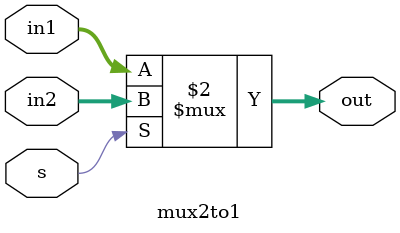
<source format=v>
module mux2to1 #(parameter size = 32) (in1, in2, s, out);

	// inputs	
	input s;
	input [size-1:0] in1, in2; //Error it was [size:0]
	
	// outputs
	output [size-1:0] out;

	// Unit logic
	assign out = (~s) ? in1 : in2;
	
endmodule

</source>
